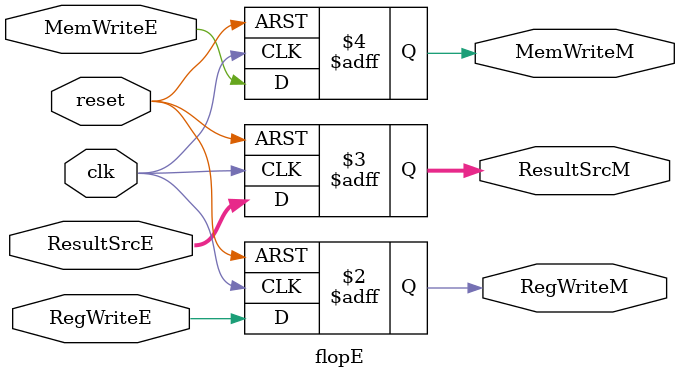
<source format=v>
module flopE (input  clk, reset,
               input  RegWriteE,
               input  [1:0]ResultSrcE,
               input  MemWriteE,
               
               output  reg RegWriteM,
               output  reg [1:0]ResultSrcM,
               output  reg MemWriteM,
               );
  always @(posedge clk or posedge reset) 
  begin 
    if (reset) 
    begin 
        RegWriteM <= 1'b0; 
        ResultSrcM <= 2'b00; 
        MemWriteM <= 1'b0; 
    end
    else
    begin 
        RegWriteM <= RegWriteE; 
        ResultSrcM <= ResultSrcE; 
        MemWriteM <= MemWriteE;
    end 
  end
endmodule
</source>
